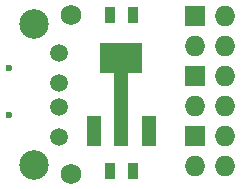
<source format=gts>
G04 #@! TF.FileFunction,Soldermask,Top*
%FSLAX46Y46*%
G04 Gerber Fmt 4.6, Leading zero omitted, Abs format (unit mm)*
G04 Created by KiCad (PCBNEW (2015-01-02 BZR 5348)-product) date 4/1/2015 10:56:25 PM*
%MOMM*%
G01*
G04 APERTURE LIST*
%ADD10C,0.100000*%
%ADD11R,0.889000X1.397000*%
%ADD12C,1.500000*%
%ADD13C,2.500000*%
%ADD14C,0.600000*%
%ADD15R,1.727200X1.727200*%
%ADD16O,1.727200X1.727200*%
%ADD17R,1.250000X2.550000*%
%ADD18R,1.250000X8.750000*%
%ADD19R,3.650000X2.550000*%
%ADD20C,1.727200*%
G04 APERTURE END LIST*
D10*
D11*
X129202500Y-109000000D03*
X127297500Y-109000000D03*
X129202500Y-95750000D03*
X127297500Y-95750000D03*
D12*
X123000000Y-106060000D03*
X123000000Y-103520000D03*
X123000000Y-101480000D03*
X123000000Y-98940000D03*
D13*
X120800000Y-108500000D03*
X120800000Y-96500000D03*
D14*
X118750000Y-104250000D03*
X118750000Y-100250000D03*
D15*
X134500000Y-106040000D03*
D16*
X134500000Y-108580000D03*
X137040000Y-106040000D03*
X137040000Y-108580000D03*
D15*
X134500000Y-100960000D03*
D16*
X134500000Y-103500000D03*
X137040000Y-100960000D03*
X137040000Y-103500000D03*
D15*
X134500000Y-95880000D03*
D16*
X134500000Y-98420000D03*
X137040000Y-95880000D03*
X137040000Y-98420000D03*
D17*
X125950000Y-105600000D03*
D18*
X128250000Y-102500000D03*
D17*
X130550000Y-105600000D03*
D19*
X128250000Y-99400000D03*
D20*
X124000000Y-109250000D03*
X124000000Y-95750000D03*
M02*

</source>
